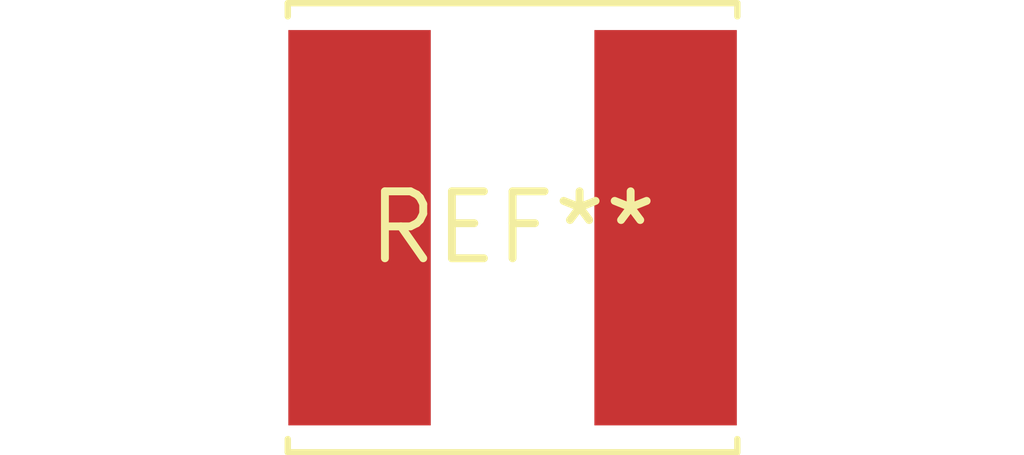
<source format=kicad_pcb>
(kicad_pcb (version 20240108) (generator pcbnew)
  (layers (0 "F.Cu" signal) (31 "B.Cu" signal) (34 "B.Paste" user) (35 "F.Paste" user) (36 "B.SilkS" user "B.Silkscreen") (37 "F.SilkS" user "F.Silkscreen") (38 "B.Mask" user) (39 "F.Mask" user) (44 "Edge.Cuts" user))
  (net 0 "")
  (footprint "L_Cenker_CKCS8060" (layer "F.Cu") (at 0 0)
    (property "Reference" "REF**")
    (property "Value" "L_Cenker_CKCS8060")
    (fp_line (start -4.26 -4.26) (end -4.26 -4.01) (layer "F.SilkS") (stroke (width 0.12)))
    (fp_line (start -4.26 -4.26) (end 4.26 -4.26) (layer "F.SilkS") (stroke (width 0.12)))
    (fp_line (start -4.26 4.26) (end -4.26 4.01) (layer "F.SilkS") (stroke (width 0.12)))
    (fp_line (start -4.26 4.26) (end 4.26 4.26) (layer "F.SilkS") (stroke (width 0.12)))
    (fp_line (start 4.26 -4.26) (end 4.26 -4.01) (layer "F.SilkS") (stroke (width 0.12)))
    (fp_line (start 4.26 4.26) (end 4.26 4.01) (layer "F.SilkS") (stroke (width 0.12)))
    (pad "1" smd rect (at -2.9 0) (size 2.7 7.5) (layers "F.Cu" "F.Paste" "F.Mask"))
    (pad "2" smd rect (at 2.9 0) (size 2.7 7.5) (layers "F.Cu" "F.Paste" "F.Mask"))
  )
)
</source>
